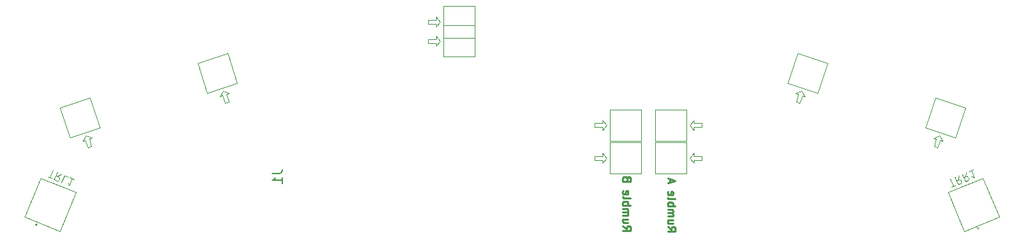
<source format=gbr>
%TF.GenerationSoftware,KiCad,Pcbnew,7.0.6*%
%TF.CreationDate,2023-09-26T11:41:46-07:00*%
%TF.ProjectId,UniSNES,556e6953-4e45-4532-9e6b-696361645f70,rev?*%
%TF.SameCoordinates,Original*%
%TF.FileFunction,Legend,Bot*%
%TF.FilePolarity,Positive*%
%FSLAX46Y46*%
G04 Gerber Fmt 4.6, Leading zero omitted, Abs format (unit mm)*
G04 Created by KiCad (PCBNEW 7.0.6) date 2023-09-26 11:41:46*
%MOMM*%
%LPD*%
G01*
G04 APERTURE LIST*
%ADD10C,0.250000*%
%ADD11C,0.100000*%
%ADD12C,0.150000*%
%ADD13C,0.120000*%
G04 APERTURE END LIST*
D10*
X98890580Y-48962403D02*
X99366771Y-49295736D01*
X98890580Y-49533831D02*
X99890580Y-49533831D01*
X99890580Y-49533831D02*
X99890580Y-49152879D01*
X99890580Y-49152879D02*
X99842961Y-49057641D01*
X99842961Y-49057641D02*
X99795342Y-49010022D01*
X99795342Y-49010022D02*
X99700104Y-48962403D01*
X99700104Y-48962403D02*
X99557247Y-48962403D01*
X99557247Y-48962403D02*
X99462009Y-49010022D01*
X99462009Y-49010022D02*
X99414390Y-49057641D01*
X99414390Y-49057641D02*
X99366771Y-49152879D01*
X99366771Y-49152879D02*
X99366771Y-49533831D01*
X99557247Y-48105260D02*
X98890580Y-48105260D01*
X99557247Y-48533831D02*
X99033438Y-48533831D01*
X99033438Y-48533831D02*
X98938200Y-48486212D01*
X98938200Y-48486212D02*
X98890580Y-48390974D01*
X98890580Y-48390974D02*
X98890580Y-48248117D01*
X98890580Y-48248117D02*
X98938200Y-48152879D01*
X98938200Y-48152879D02*
X98985819Y-48105260D01*
X98890580Y-47629069D02*
X99557247Y-47629069D01*
X99462009Y-47629069D02*
X99509628Y-47581450D01*
X99509628Y-47581450D02*
X99557247Y-47486212D01*
X99557247Y-47486212D02*
X99557247Y-47343355D01*
X99557247Y-47343355D02*
X99509628Y-47248117D01*
X99509628Y-47248117D02*
X99414390Y-47200498D01*
X99414390Y-47200498D02*
X98890580Y-47200498D01*
X99414390Y-47200498D02*
X99509628Y-47152879D01*
X99509628Y-47152879D02*
X99557247Y-47057641D01*
X99557247Y-47057641D02*
X99557247Y-46914784D01*
X99557247Y-46914784D02*
X99509628Y-46819545D01*
X99509628Y-46819545D02*
X99414390Y-46771926D01*
X99414390Y-46771926D02*
X98890580Y-46771926D01*
X98890580Y-46295736D02*
X99890580Y-46295736D01*
X99509628Y-46295736D02*
X99557247Y-46200498D01*
X99557247Y-46200498D02*
X99557247Y-46010022D01*
X99557247Y-46010022D02*
X99509628Y-45914784D01*
X99509628Y-45914784D02*
X99462009Y-45867165D01*
X99462009Y-45867165D02*
X99366771Y-45819546D01*
X99366771Y-45819546D02*
X99081057Y-45819546D01*
X99081057Y-45819546D02*
X98985819Y-45867165D01*
X98985819Y-45867165D02*
X98938200Y-45914784D01*
X98938200Y-45914784D02*
X98890580Y-46010022D01*
X98890580Y-46010022D02*
X98890580Y-46200498D01*
X98890580Y-46200498D02*
X98938200Y-46295736D01*
X98890580Y-45248117D02*
X98938200Y-45343355D01*
X98938200Y-45343355D02*
X99033438Y-45390974D01*
X99033438Y-45390974D02*
X99890580Y-45390974D01*
X98938200Y-44486212D02*
X98890580Y-44581450D01*
X98890580Y-44581450D02*
X98890580Y-44771926D01*
X98890580Y-44771926D02*
X98938200Y-44867164D01*
X98938200Y-44867164D02*
X99033438Y-44914783D01*
X99033438Y-44914783D02*
X99414390Y-44914783D01*
X99414390Y-44914783D02*
X99509628Y-44867164D01*
X99509628Y-44867164D02*
X99557247Y-44771926D01*
X99557247Y-44771926D02*
X99557247Y-44581450D01*
X99557247Y-44581450D02*
X99509628Y-44486212D01*
X99509628Y-44486212D02*
X99414390Y-44438593D01*
X99414390Y-44438593D02*
X99319152Y-44438593D01*
X99319152Y-44438593D02*
X99223914Y-44914783D01*
X99176295Y-43295735D02*
X99176295Y-42819545D01*
X98890580Y-43390973D02*
X99890580Y-43057640D01*
X99890580Y-43057640D02*
X98890580Y-42724307D01*
X93200980Y-48860803D02*
X93677171Y-49194136D01*
X93200980Y-49432231D02*
X94200980Y-49432231D01*
X94200980Y-49432231D02*
X94200980Y-49051279D01*
X94200980Y-49051279D02*
X94153361Y-48956041D01*
X94153361Y-48956041D02*
X94105742Y-48908422D01*
X94105742Y-48908422D02*
X94010504Y-48860803D01*
X94010504Y-48860803D02*
X93867647Y-48860803D01*
X93867647Y-48860803D02*
X93772409Y-48908422D01*
X93772409Y-48908422D02*
X93724790Y-48956041D01*
X93724790Y-48956041D02*
X93677171Y-49051279D01*
X93677171Y-49051279D02*
X93677171Y-49432231D01*
X93867647Y-48003660D02*
X93200980Y-48003660D01*
X93867647Y-48432231D02*
X93343838Y-48432231D01*
X93343838Y-48432231D02*
X93248600Y-48384612D01*
X93248600Y-48384612D02*
X93200980Y-48289374D01*
X93200980Y-48289374D02*
X93200980Y-48146517D01*
X93200980Y-48146517D02*
X93248600Y-48051279D01*
X93248600Y-48051279D02*
X93296219Y-48003660D01*
X93200980Y-47527469D02*
X93867647Y-47527469D01*
X93772409Y-47527469D02*
X93820028Y-47479850D01*
X93820028Y-47479850D02*
X93867647Y-47384612D01*
X93867647Y-47384612D02*
X93867647Y-47241755D01*
X93867647Y-47241755D02*
X93820028Y-47146517D01*
X93820028Y-47146517D02*
X93724790Y-47098898D01*
X93724790Y-47098898D02*
X93200980Y-47098898D01*
X93724790Y-47098898D02*
X93820028Y-47051279D01*
X93820028Y-47051279D02*
X93867647Y-46956041D01*
X93867647Y-46956041D02*
X93867647Y-46813184D01*
X93867647Y-46813184D02*
X93820028Y-46717945D01*
X93820028Y-46717945D02*
X93724790Y-46670326D01*
X93724790Y-46670326D02*
X93200980Y-46670326D01*
X93200980Y-46194136D02*
X94200980Y-46194136D01*
X93820028Y-46194136D02*
X93867647Y-46098898D01*
X93867647Y-46098898D02*
X93867647Y-45908422D01*
X93867647Y-45908422D02*
X93820028Y-45813184D01*
X93820028Y-45813184D02*
X93772409Y-45765565D01*
X93772409Y-45765565D02*
X93677171Y-45717946D01*
X93677171Y-45717946D02*
X93391457Y-45717946D01*
X93391457Y-45717946D02*
X93296219Y-45765565D01*
X93296219Y-45765565D02*
X93248600Y-45813184D01*
X93248600Y-45813184D02*
X93200980Y-45908422D01*
X93200980Y-45908422D02*
X93200980Y-46098898D01*
X93200980Y-46098898D02*
X93248600Y-46194136D01*
X93200980Y-45146517D02*
X93248600Y-45241755D01*
X93248600Y-45241755D02*
X93343838Y-45289374D01*
X93343838Y-45289374D02*
X94200980Y-45289374D01*
X93248600Y-44384612D02*
X93200980Y-44479850D01*
X93200980Y-44479850D02*
X93200980Y-44670326D01*
X93200980Y-44670326D02*
X93248600Y-44765564D01*
X93248600Y-44765564D02*
X93343838Y-44813183D01*
X93343838Y-44813183D02*
X93724790Y-44813183D01*
X93724790Y-44813183D02*
X93820028Y-44765564D01*
X93820028Y-44765564D02*
X93867647Y-44670326D01*
X93867647Y-44670326D02*
X93867647Y-44479850D01*
X93867647Y-44479850D02*
X93820028Y-44384612D01*
X93820028Y-44384612D02*
X93724790Y-44336993D01*
X93724790Y-44336993D02*
X93629552Y-44336993D01*
X93629552Y-44336993D02*
X93534314Y-44813183D01*
X93724790Y-42813183D02*
X93677171Y-42670326D01*
X93677171Y-42670326D02*
X93629552Y-42622707D01*
X93629552Y-42622707D02*
X93534314Y-42575088D01*
X93534314Y-42575088D02*
X93391457Y-42575088D01*
X93391457Y-42575088D02*
X93296219Y-42622707D01*
X93296219Y-42622707D02*
X93248600Y-42670326D01*
X93248600Y-42670326D02*
X93200980Y-42765564D01*
X93200980Y-42765564D02*
X93200980Y-43146516D01*
X93200980Y-43146516D02*
X94200980Y-43146516D01*
X94200980Y-43146516D02*
X94200980Y-42813183D01*
X94200980Y-42813183D02*
X94153361Y-42717945D01*
X94153361Y-42717945D02*
X94105742Y-42670326D01*
X94105742Y-42670326D02*
X94010504Y-42622707D01*
X94010504Y-42622707D02*
X93915266Y-42622707D01*
X93915266Y-42622707D02*
X93820028Y-42670326D01*
X93820028Y-42670326D02*
X93772409Y-42717945D01*
X93772409Y-42717945D02*
X93724790Y-42813183D01*
X93724790Y-42813183D02*
X93724790Y-43146516D01*
D11*
X20063385Y-42578157D02*
X20591316Y-42796833D01*
X20710034Y-41763616D02*
X20327351Y-42687495D01*
X21809891Y-42219191D02*
X21319701Y-42531573D01*
X21281960Y-42000515D02*
X20899277Y-42924395D01*
X20899277Y-42924395D02*
X21251231Y-43070179D01*
X21251231Y-43070179D02*
X21357442Y-43062631D01*
X21357442Y-43062631D02*
X21419659Y-43036859D01*
X21419659Y-43036859D02*
X21500100Y-42967094D01*
X21500100Y-42967094D02*
X21554769Y-42835111D01*
X21554769Y-42835111D02*
X21547221Y-42728899D01*
X21547221Y-42728899D02*
X21521449Y-42666682D01*
X21521449Y-42666682D02*
X21451684Y-42586242D01*
X21451684Y-42586242D02*
X21099730Y-42440458D01*
X22645782Y-42565429D02*
X22205840Y-42383199D01*
X22205840Y-42383199D02*
X21823156Y-43307078D01*
X23437679Y-42893443D02*
X22909748Y-42674767D01*
X23173713Y-42784105D02*
X22791030Y-43707985D01*
X22791030Y-43707985D02*
X22757711Y-43539556D01*
X22757711Y-43539556D02*
X22706168Y-43415121D01*
X22706168Y-43415121D02*
X22636403Y-43334681D01*
D12*
X48630885Y-42145562D02*
X49538028Y-42145562D01*
X49538028Y-42145562D02*
X49719456Y-42085085D01*
X49719456Y-42085085D02*
X49840409Y-41964133D01*
X49840409Y-41964133D02*
X49900885Y-41782704D01*
X49900885Y-41782704D02*
X49900885Y-41661752D01*
X49900885Y-43415562D02*
X49900885Y-42689847D01*
X49900885Y-43052704D02*
X48630885Y-43052704D01*
X48630885Y-43052704D02*
X48812313Y-42931752D01*
X48812313Y-42931752D02*
X48933266Y-42810800D01*
X48933266Y-42810800D02*
X48993742Y-42689847D01*
D11*
X134969026Y-43890215D02*
X135496958Y-43671539D01*
X134850309Y-42856997D02*
X135232992Y-43780877D01*
X135950165Y-42401421D02*
X135824436Y-42968925D01*
X135422234Y-42620098D02*
X135804918Y-43543977D01*
X135804918Y-43543977D02*
X136156872Y-43398193D01*
X136156872Y-43398193D02*
X136226637Y-43317753D01*
X136226637Y-43317753D02*
X136252408Y-43255536D01*
X136252408Y-43255536D02*
X136259957Y-43149324D01*
X136259957Y-43149324D02*
X136205288Y-43017341D01*
X136205288Y-43017341D02*
X136124847Y-42947576D01*
X136124847Y-42947576D02*
X136062630Y-42921804D01*
X136062630Y-42921804D02*
X135956418Y-42914256D01*
X135956418Y-42914256D02*
X135604464Y-43060040D01*
X136874045Y-42018738D02*
X136748315Y-42586242D01*
X136346114Y-42237414D02*
X136728797Y-43161294D01*
X136728797Y-43161294D02*
X137080751Y-43015510D01*
X137080751Y-43015510D02*
X137150517Y-42935069D01*
X137150517Y-42935069D02*
X137176288Y-42872852D01*
X137176288Y-42872852D02*
X137183836Y-42766641D01*
X137183836Y-42766641D02*
X137129167Y-42634658D01*
X137129167Y-42634658D02*
X137048727Y-42564892D01*
X137048727Y-42564892D02*
X136986510Y-42539121D01*
X136986510Y-42539121D02*
X136880298Y-42531573D01*
X136880298Y-42531573D02*
X136528344Y-42677357D01*
X137753930Y-41654278D02*
X137225999Y-41872954D01*
X137489965Y-41763616D02*
X137872648Y-42687495D01*
X137872648Y-42687495D02*
X137729990Y-42591959D01*
X137729990Y-42591959D02*
X137605556Y-42540416D01*
X137605556Y-42540416D02*
X137499344Y-42532868D01*
D13*
%TO.C,T10*%
X136733747Y-33776994D02*
X132929521Y-32540926D01*
X135497679Y-37581220D02*
X136733747Y-33776994D01*
X133914882Y-38035335D02*
X133552530Y-37917599D01*
X133238568Y-38883873D02*
X133552530Y-37917599D01*
X133238568Y-38883873D02*
X132755432Y-38726892D01*
X133467942Y-37355972D02*
X133914882Y-38035335D01*
X133069393Y-37760619D02*
X132707040Y-37642883D01*
X132755432Y-38726892D02*
X133069393Y-37760619D01*
X132707040Y-37642883D02*
X133467942Y-37355972D01*
X132929521Y-32540926D02*
X131693453Y-36345152D01*
X131693453Y-36345152D02*
X135497679Y-37581220D01*
%TO.C,T9*%
X119207747Y-28087395D02*
X115403521Y-26851327D01*
X117971679Y-31891621D02*
X119207747Y-28087395D01*
X116388882Y-32345736D02*
X116026530Y-32228000D01*
X115712568Y-33194274D02*
X116026530Y-32228000D01*
X115712568Y-33194274D02*
X115229432Y-33037293D01*
X115941942Y-31666373D02*
X116388882Y-32345736D01*
X115543393Y-32071020D02*
X115181040Y-31953284D01*
X115229432Y-33037293D02*
X115543393Y-32071020D01*
X115181040Y-31953284D02*
X115941942Y-31666373D01*
X115403521Y-26851327D02*
X114167453Y-30655553D01*
X114167453Y-30655553D02*
X117971679Y-31891621D01*
%TO.C,T8*%
X42940079Y-26842253D02*
X39135853Y-28078321D01*
X44176147Y-30646479D02*
X42940079Y-26842253D01*
X43162560Y-31944210D02*
X42800207Y-32061946D01*
X43114168Y-33028219D02*
X42800207Y-32061946D01*
X43114168Y-33028219D02*
X42631032Y-33185200D01*
X42401658Y-31657299D02*
X43162560Y-31944210D01*
X42317070Y-32218926D02*
X41954718Y-32336662D01*
X42631032Y-33185200D02*
X42317070Y-32218926D01*
X41954718Y-32336662D02*
X42401658Y-31657299D01*
X39135853Y-28078321D02*
X40371921Y-31882547D01*
X40371921Y-31882547D02*
X44176147Y-30646479D01*
%TO.C,T7*%
X22896721Y-37572147D02*
X26700947Y-36336079D01*
X21660653Y-33767921D02*
X22896721Y-37572147D01*
X24479518Y-38026262D02*
X24926458Y-37346899D01*
X25155832Y-38874800D02*
X24841870Y-37908526D01*
X24841870Y-37908526D02*
X24479518Y-38026262D01*
X24926458Y-37346899D02*
X25687360Y-37633810D01*
X25638968Y-38717819D02*
X25155832Y-38874800D01*
X25638968Y-38717819D02*
X25325007Y-37751546D01*
X25687360Y-37633810D02*
X25325007Y-37751546D01*
X26700947Y-36336079D02*
X25464879Y-32531853D01*
X25464879Y-32531853D02*
X21660653Y-33767921D01*
D11*
%TO.C,TRL1*%
X17151461Y-47657904D02*
X21610104Y-49504735D01*
X21610104Y-49504735D02*
X23651337Y-44576761D01*
X23651337Y-44576761D02*
X19192695Y-42729931D01*
X19192695Y-42729931D02*
X17151461Y-47657904D01*
X18775316Y-48690314D02*
G75*
G03*
X18775316Y-48690314I-126999J0D01*
G01*
D13*
%TO.C,T6*%
X70390000Y-27298400D02*
X74390000Y-27298400D01*
X74390000Y-27298400D02*
X74390000Y-23298400D01*
X69469000Y-25933400D02*
X69469000Y-25552400D01*
X68453000Y-25552400D02*
X69469000Y-25552400D01*
X68453000Y-25552400D02*
X68453000Y-25044400D01*
X69977000Y-25298400D02*
X69469000Y-25933400D01*
X68453000Y-25044400D02*
X69469000Y-25044400D01*
X69469000Y-25044400D02*
X69469000Y-24663400D01*
X69469000Y-24663400D02*
X69977000Y-25298400D01*
X70390000Y-23298400D02*
X70390000Y-27298400D01*
X74390000Y-23298400D02*
X70390000Y-23298400D01*
%TO.C,T5*%
X70390000Y-24860000D02*
X74390000Y-24860000D01*
X74390000Y-24860000D02*
X74390000Y-20860000D01*
X69469000Y-23495000D02*
X69469000Y-23114000D01*
X68453000Y-23114000D02*
X69469000Y-23114000D01*
X68453000Y-23114000D02*
X68453000Y-22606000D01*
X69977000Y-22860000D02*
X69469000Y-23495000D01*
X68453000Y-22606000D02*
X69469000Y-22606000D01*
X69469000Y-22606000D02*
X69469000Y-22225000D01*
X69469000Y-22225000D02*
X69977000Y-22860000D01*
X70390000Y-20860000D02*
X70390000Y-24860000D01*
X74390000Y-20860000D02*
X70390000Y-20860000D01*
%TO.C,T1*%
X101291350Y-34017200D02*
X97291350Y-34017200D01*
X97291350Y-34017200D02*
X97291350Y-38017200D01*
X102212350Y-35382200D02*
X102212350Y-35763200D01*
X103228350Y-35763200D02*
X102212350Y-35763200D01*
X103228350Y-35763200D02*
X103228350Y-36271200D01*
X101704350Y-36017200D02*
X102212350Y-35382200D01*
X103228350Y-36271200D02*
X102212350Y-36271200D01*
X102212350Y-36271200D02*
X102212350Y-36652200D01*
X102212350Y-36652200D02*
X101704350Y-36017200D01*
X101291350Y-38017200D02*
X101291350Y-34017200D01*
X97291350Y-38017200D02*
X101291350Y-38017200D01*
%TO.C,T4*%
X91573600Y-42182800D02*
X95573600Y-42182800D01*
X95573600Y-42182800D02*
X95573600Y-38182800D01*
X90652600Y-40817800D02*
X90652600Y-40436800D01*
X89636600Y-40436800D02*
X90652600Y-40436800D01*
X89636600Y-40436800D02*
X89636600Y-39928800D01*
X91160600Y-40182800D02*
X90652600Y-40817800D01*
X89636600Y-39928800D02*
X90652600Y-39928800D01*
X90652600Y-39928800D02*
X90652600Y-39547800D01*
X90652600Y-39547800D02*
X91160600Y-40182800D01*
X91573600Y-38182800D02*
X91573600Y-42182800D01*
X95573600Y-38182800D02*
X91573600Y-38182800D01*
%TO.C,T2*%
X101291350Y-38182800D02*
X97291350Y-38182800D01*
X97291350Y-38182800D02*
X97291350Y-42182800D01*
X102212350Y-39547800D02*
X102212350Y-39928800D01*
X103228350Y-39928800D02*
X102212350Y-39928800D01*
X103228350Y-39928800D02*
X103228350Y-40436800D01*
X101704350Y-40182800D02*
X102212350Y-39547800D01*
X103228350Y-40436800D02*
X102212350Y-40436800D01*
X102212350Y-40436800D02*
X102212350Y-40817800D01*
X102212350Y-40817800D02*
X101704350Y-40182800D01*
X101291350Y-42182800D02*
X101291350Y-38182800D01*
X97291350Y-42182800D02*
X101291350Y-42182800D01*
D11*
%TO.C,TRR1*%
X136589896Y-49504735D02*
X141048539Y-47657904D01*
X141048539Y-47657904D02*
X139007305Y-42729931D01*
X139007305Y-42729931D02*
X134548663Y-44576761D01*
X134548663Y-44576761D02*
X136589896Y-49504735D01*
X138505356Y-49176321D02*
G75*
G03*
X138505356Y-49176321I-127000J0D01*
G01*
D13*
%TO.C,T3*%
X91573600Y-38017200D02*
X95573600Y-38017200D01*
X95573600Y-38017200D02*
X95573600Y-34017200D01*
X90652600Y-36652200D02*
X90652600Y-36271200D01*
X89636600Y-36271200D02*
X90652600Y-36271200D01*
X89636600Y-36271200D02*
X89636600Y-35763200D01*
X91160600Y-36017200D02*
X90652600Y-36652200D01*
X89636600Y-35763200D02*
X90652600Y-35763200D01*
X90652600Y-35763200D02*
X90652600Y-35382200D01*
X90652600Y-35382200D02*
X91160600Y-36017200D01*
X91573600Y-34017200D02*
X91573600Y-38017200D01*
X95573600Y-34017200D02*
X91573600Y-34017200D01*
%TD*%
M02*

</source>
